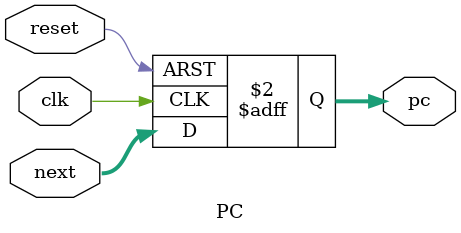
<source format=v>
`timescale 1ns / 1ps

module PC(
    input clk,reset,
    input [31:0] next,  // normally pc + 4 , but next for general jump cases
    output reg [31:0] pc
);

    always@(posedge clk or posedge reset)
    begin
        if(reset)
            pc<=0;
        else
            pc<=next;
    end
endmodule

</source>
